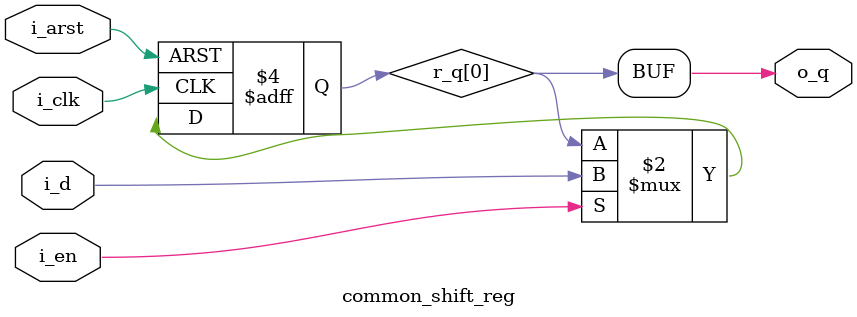
<source format=v>

module common_shift_reg #(
    parameter   D_WIDTH = 1,
    parameter   TAPE    = 1
) (
    input   i_arst,
    input   i_clk,
    
    input   i_en,
    input   [D_WIDTH-1:0]i_d,
    output  [D_WIDTH-1:0]o_q
);

reg		[D_WIDTH-1:0]r_q[0:TAPE-1];

always@(posedge i_arst or posedge i_clk)
begin
	if (i_arst)
		r_q[0]	<= {D_WIDTH{1'b0}};
	else if (i_en)
		r_q[0]	<= i_d;
end

genvar i;
generate
	for (i=1; i<TAPE; i=i+1)
	begin: shift
		always@(posedge i_arst or posedge i_clk)
		begin
			if (i_arst)
				r_q[i]	<= {D_WIDTH{1'b0}};
			else if (i_en)
				r_q[i]	<= r_q[i-1];
		end
	end
endgenerate

assign	o_q	= r_q[TAPE-1];

endmodule

</source>
